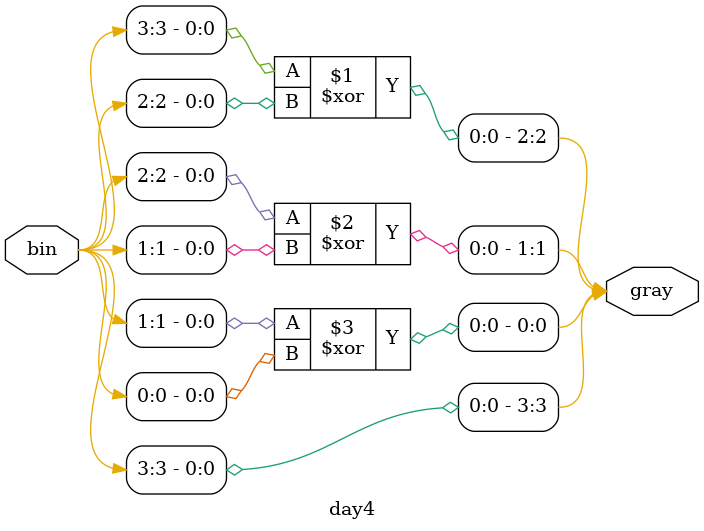
<source format=sv>
module day4 #(
  parameter width = 4
  
)(
  input [width-1:0] bin,
  output reg [width-1:0] gray
);
  
  assign gray[width-1] = bin[width-1];

  genvar i;
  generate
    for(i=width-2; i>=0; i=i-1)
      begin
       assign gray[i] = bin[i+1] ^ bin[i]; 
      end
  endgenerate

endmodule

</source>
